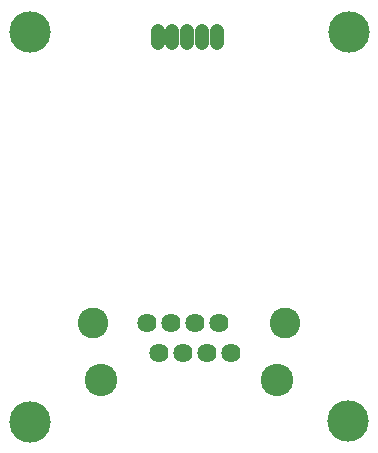
<source format=gbr>
G04 EAGLE Gerber X2 export*
%TF.Part,Single*%
%TF.FileFunction,Soldermask,Top,1*%
%TF.FilePolarity,Negative*%
%TF.GenerationSoftware,Autodesk,EAGLE,8.7.0*%
%TF.CreationDate,2018-04-17T07:11:35Z*%
G75*
%MOMM*%
%FSLAX34Y34*%
%LPD*%
%AMOC8*
5,1,8,0,0,1.08239X$1,22.5*%
G01*
%ADD10C,1.211200*%
%ADD11C,1.625600*%
%ADD12C,2.603200*%
%ADD13C,2.753200*%
%ADD14C,3.503200*%


D10*
X368286Y400760D02*
X368286Y390680D01*
X380786Y390680D02*
X380786Y400760D01*
X393286Y400760D02*
X393286Y390680D01*
X405786Y390680D02*
X405786Y400760D01*
X418286Y400760D02*
X418286Y390680D01*
D11*
X430510Y128410D03*
X420310Y153810D03*
X410110Y128410D03*
X399910Y153810D03*
X389710Y128410D03*
X379510Y153810D03*
X369310Y128410D03*
X359110Y153810D03*
D12*
X476060Y153810D03*
X313560Y153810D03*
D13*
X469210Y105410D03*
X320410Y105410D03*
D14*
X530066Y400060D03*
X260006Y399712D03*
X529812Y70670D03*
X260000Y70000D03*
M02*

</source>
